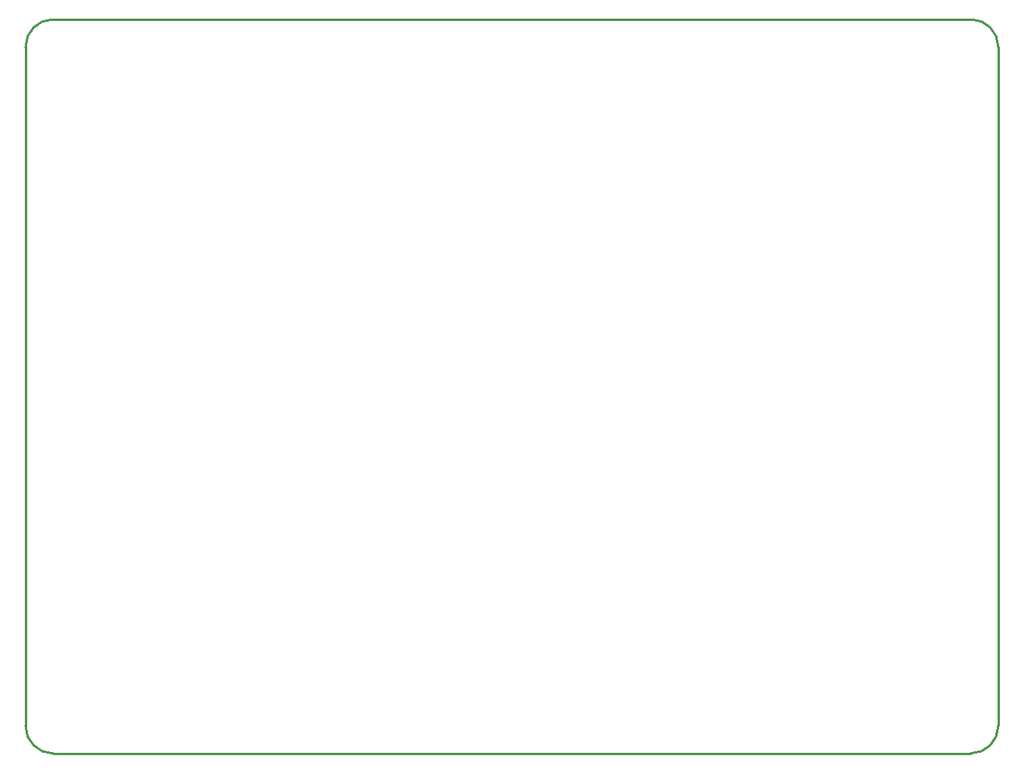
<source format=gm1>
G04*
G04 #@! TF.GenerationSoftware,Altium Limited,Altium Designer,23.3.1 (30)*
G04*
G04 Layer_Color=32512*
%FSLAX44Y44*%
%MOMM*%
G71*
G04*
G04 #@! TF.SameCoordinates,725D518B-DDB2-488C-806C-357DE18E7640*
G04*
G04*
G04 #@! TF.FilePolarity,Positive*
G04*
G01*
G75*
%ADD14C,0.2540*%
D14*
X30000Y800027D02*
G03*
X0Y770000I14J-30014D01*
G01*
Y30000D02*
G03*
X30000Y0I30000J0D01*
G01*
X1030000D02*
G03*
X1060000Y30000I0J30000D01*
G01*
X1060000Y770000D02*
G03*
X1030000Y800027I-30013J14D01*
G01*
X-0Y770000D02*
X-0Y30000D01*
X30000Y800027D02*
X1030000Y800027D01*
X30000Y-0D02*
X1030000Y0D01*
X1060000Y770000D02*
X1060000Y30000D01*
M02*

</source>
